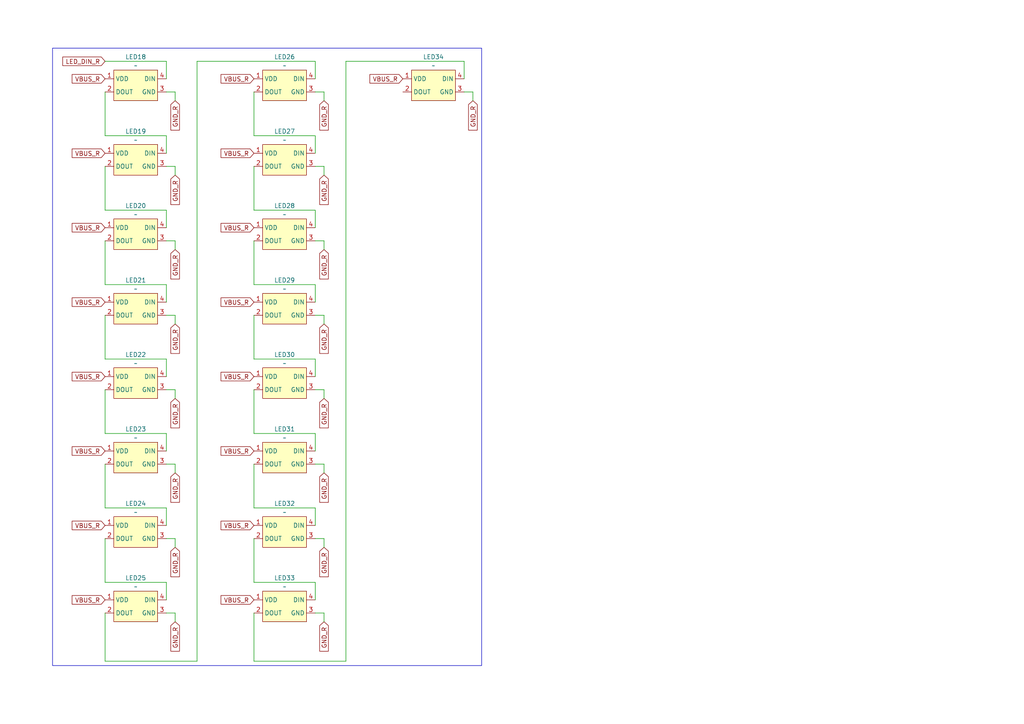
<source format=kicad_sch>
(kicad_sch (version 20231120) (generator "eeschema") (generator_version "8.0")
  (paper "A4")
  (lib_symbols
    (symbol "SK6812-MINI-E:SK6812_MINI-E"
      (property "Reference" "LED" (at -10.922 11.43 0))
      (symbol "SK6812_MINI-E_1_1"
        (rectangle (start -12.7 8.89) (end 0 0) (fill (type background)))
        (pin input line (at -15.24 6.35 0) (length 2.54) (name "VDD") (number "1"))
        (pin input line (at -15.24 2.54 0) (length 2.54) (name "DOUT") (number "2"))
        (pin input line (at 2.54 2.54 180) (length 2.54) (name "GND") (number "3"))
        (pin input line (at 2.54 6.35 180) (length 2.54) (name "DIN") (number "4"))
      )
    )
  )
  (wire (pts (xy 30.48 26.67) (xy 30.48 39.37)))
  (wire (pts (xy 73.66 156.21) (xy 73.66 168.91)))
  (wire (pts (xy 73.66 48.26) (xy 73.66 60.96)))
  (wire (pts (xy 50.8 134.62) (xy 48.26 134.62)))
  (wire (pts (xy 50.8 48.26) (xy 48.26 48.26)))
  (wire (pts (xy 30.48 17.78) (xy 48.26 17.78)))
  (wire (pts (xy 50.8 180.34) (xy 50.8 177.8)))
  (wire (pts (xy 50.8 50.8) (xy 50.8 48.26)))
  (wire (pts (xy 73.66 82.55) (xy 91.44 82.55)))
  (wire (pts (xy 100.33 191.77) (xy 73.66 191.77)))
  (wire (pts (xy 30.48 113.03) (xy 30.48 125.73)))
  (wire (pts (xy 30.48 191.77) (xy 30.48 177.8)))
  (wire (pts (xy 93.98 134.62) (xy 91.44 134.62)))
  (wire (pts (xy 50.8 137.16) (xy 50.8 134.62)))
  (wire (pts (xy 30.48 168.91) (xy 48.26 168.91)))
  (wire (pts (xy 50.8 69.85) (xy 48.26 69.85)))
  (wire (pts (xy 50.8 26.67) (xy 48.26 26.67)))
  (wire (pts (xy 30.48 104.14) (xy 48.26 104.14)))
  (wire (pts (xy 30.48 69.85) (xy 30.48 82.55)))
  (wire (pts (xy 73.66 60.96) (xy 91.44 60.96)))
  (wire (pts (xy 48.26 104.14) (xy 48.26 109.22)))
  (wire (pts (xy 93.98 180.34) (xy 93.98 177.8)))
  (wire (pts (xy 93.98 115.57) (xy 93.98 113.03)))
  (wire (pts (xy 93.98 156.21) (xy 91.44 156.21)))
  (wire (pts (xy 50.8 93.98) (xy 50.8 91.44)))
  (wire (pts (xy 91.44 17.78) (xy 57.15 17.78)))
  (wire (pts (xy 73.66 147.32) (xy 91.44 147.32)))
  (wire (pts (xy 30.48 147.32) (xy 48.26 147.32)))
  (wire (pts (xy 73.66 168.91) (xy 91.44 168.91)))
  (wire (pts (xy 134.62 17.78) (xy 134.62 22.86)))
  (wire (pts (xy 137.16 26.67) (xy 134.62 26.67)))
  (wire (pts (xy 93.98 50.8) (xy 93.98 48.26)))
  (wire (pts (xy 93.98 93.98) (xy 93.98 91.44)))
  (wire (pts (xy 30.48 134.62) (xy 30.48 147.32)))
  (wire (pts (xy 91.44 82.55) (xy 91.44 87.63)))
  (wire (pts (xy 48.26 82.55) (xy 48.26 87.63)))
  (wire (pts (xy 93.98 26.67) (xy 91.44 26.67)))
  (wire (pts (xy 30.48 156.21) (xy 30.48 168.91)))
  (wire (pts (xy 48.26 147.32) (xy 48.26 152.4)))
  (wire (pts (xy 50.8 115.57) (xy 50.8 113.03)))
  (wire (pts (xy 57.15 191.77) (xy 30.48 191.77)))
  (wire (pts (xy 93.98 29.21) (xy 93.98 26.67)))
  (wire (pts (xy 73.66 69.85) (xy 73.66 82.55)))
  (wire (pts (xy 73.66 113.03) (xy 73.66 125.73)))
  (wire (pts (xy 50.8 156.21) (xy 48.26 156.21)))
  (wire (pts (xy 73.66 125.73) (xy 91.44 125.73)))
  (wire (pts (xy 50.8 72.39) (xy 50.8 69.85)))
  (wire (pts (xy 48.26 60.96) (xy 48.26 66.04)))
  (wire (pts (xy 50.8 158.75) (xy 50.8 156.21)))
  (wire (pts (xy 50.8 113.03) (xy 48.26 113.03)))
  (wire (pts (xy 48.26 168.91) (xy 48.26 173.99)))
  (wire (pts (xy 93.98 113.03) (xy 91.44 113.03)))
  (wire (pts (xy 30.48 48.26) (xy 30.48 60.96)))
  (wire (pts (xy 93.98 177.8) (xy 91.44 177.8)))
  (wire (pts (xy 93.98 69.85) (xy 91.44 69.85)))
  (wire (pts (xy 137.16 29.21) (xy 137.16 26.67)))
  (wire (pts (xy 134.62 17.78) (xy 100.33 17.78)))
  (wire (pts (xy 50.8 177.8) (xy 48.26 177.8)))
  (wire (pts (xy 30.48 39.37) (xy 48.26 39.37)))
  (wire (pts (xy 73.66 104.14) (xy 91.44 104.14)))
  (wire (pts (xy 73.66 134.62) (xy 73.66 147.32)))
  (wire (pts (xy 30.48 91.44) (xy 30.48 104.14)))
  (wire (pts (xy 100.33 17.78) (xy 100.33 191.77)))
  (wire (pts (xy 50.8 29.21) (xy 50.8 26.67)))
  (wire (pts (xy 91.44 168.91) (xy 91.44 173.99)))
  (wire (pts (xy 73.66 191.77) (xy 73.66 177.8)))
  (wire (pts (xy 57.15 17.78) (xy 57.15 191.77)))
  (wire (pts (xy 93.98 137.16) (xy 93.98 134.62)))
  (wire (pts (xy 91.44 147.32) (xy 91.44 152.4)))
  (wire (pts (xy 93.98 48.26) (xy 91.44 48.26)))
  (wire (pts (xy 93.98 91.44) (xy 91.44 91.44)))
  (wire (pts (xy 50.8 91.44) (xy 48.26 91.44)))
  (wire (pts (xy 48.26 39.37) (xy 48.26 44.45)))
  (wire (pts (xy 30.48 82.55) (xy 48.26 82.55)))
  (wire (pts (xy 91.44 125.73) (xy 91.44 130.81)))
  (wire (pts (xy 48.26 17.78) (xy 48.26 22.86)))
  (wire (pts (xy 91.44 104.14) (xy 91.44 109.22)))
  (wire (pts (xy 73.66 26.67) (xy 73.66 39.37)))
  (wire (pts (xy 91.44 60.96) (xy 91.44 66.04)))
  (wire (pts (xy 48.26 125.73) (xy 48.26 130.81)))
  (wire (pts (xy 73.66 91.44) (xy 73.66 104.14)))
  (wire (pts (xy 30.48 125.73) (xy 48.26 125.73)))
  (wire (pts (xy 91.44 17.78) (xy 91.44 22.86)))
  (wire (pts (xy 91.44 39.37) (xy 91.44 44.45)))
  (wire (pts (xy 30.48 60.96) (xy 48.26 60.96)))
  (wire (pts (xy 93.98 158.75) (xy 93.98 156.21)))
  (wire (pts (xy 73.66 39.37) (xy 91.44 39.37)))
  (wire (pts (xy 93.98 72.39) (xy 93.98 69.85)))
  (rectangle (start 15.24 13.97) (end 139.7 193.04))
  (global_label "GND_R" (shape input) (at 137.16 29.21 270) (property "Intersheetrefs" "${INTERSHEET_REFS}" (effects (hide yes))))
  (global_label "GND_R" (shape input) (at 50.8 72.39 270) (property "Intersheetrefs" "${INTERSHEET_REFS}" (effects (hide yes))))
  (global_label "VBUS_R" (shape input) (at 73.66 173.99 180) (property "Intersheetrefs" "${INTERSHEET_REFS}" (effects (hide yes))))
  (global_label "VBUS_R" (shape input) (at 73.66 130.81 180) (property "Intersheetrefs" "${INTERSHEET_REFS}" (effects (hide yes))))
  (global_label "VBUS_R" (shape input) (at 73.66 109.22 180) (property "Intersheetrefs" "${INTERSHEET_REFS}" (effects (hide yes))))
  (global_label "VBUS_R" (shape input) (at 30.48 152.4 180) (property "Intersheetrefs" "${INTERSHEET_REFS}" (effects (hide yes))))
  (global_label "VBUS_R" (shape input) (at 116.84 22.86 180) (property "Intersheetrefs" "${INTERSHEET_REFS}" (effects (hide yes))))
  (global_label "GND_R" (shape input) (at 93.98 72.39 270) (property "Intersheetrefs" "${INTERSHEET_REFS}" (effects (hide yes))))
  (global_label "GND_R" (shape input) (at 50.8 180.34 270) (property "Intersheetrefs" "${INTERSHEET_REFS}" (effects (hide yes))))
  (global_label "VBUS_R" (shape input) (at 30.48 109.22 180) (property "Intersheetrefs" "${INTERSHEET_REFS}" (effects (hide yes))))
  (global_label "GND_R" (shape input) (at 93.98 93.98 270) (property "Intersheetrefs" "${INTERSHEET_REFS}" (effects (hide yes))))
  (global_label "GND_R" (shape input) (at 93.98 29.21 270) (property "Intersheetrefs" "${INTERSHEET_REFS}" (effects (hide yes))))
  (global_label "GND_R" (shape input) (at 50.8 137.16 270) (property "Intersheetrefs" "${INTERSHEET_REFS}" (effects (hide yes))))
  (global_label "GND_R" (shape input) (at 93.98 137.16 270) (property "Intersheetrefs" "${INTERSHEET_REFS}" (effects (hide yes))))
  (global_label "VBUS_R" (shape input) (at 73.66 66.04 180) (property "Intersheetrefs" "${INTERSHEET_REFS}" (effects (hide yes))))
  (global_label "VBUS_R" (shape input) (at 30.48 22.86 180) (property "Intersheetrefs" "${INTERSHEET_REFS}" (effects (hide yes))))
  (global_label "VBUS_R" (shape input) (at 30.48 87.63 180) (property "Intersheetrefs" "${INTERSHEET_REFS}" (effects (hide yes))))
  (global_label "GND_R" (shape input) (at 50.8 50.8 270) (property "Intersheetrefs" "${INTERSHEET_REFS}" (effects (hide yes))))
  (global_label "VBUS_R" (shape input) (at 30.48 173.99 180) (property "Intersheetrefs" "${INTERSHEET_REFS}" (effects (hide yes))))
  (global_label "GND_R" (shape input) (at 50.8 29.21 270) (property "Intersheetrefs" "${INTERSHEET_REFS}" (effects (hide yes))))
  (global_label "GND_R" (shape input) (at 93.98 158.75 270) (property "Intersheetrefs" "${INTERSHEET_REFS}" (effects (hide yes))))
  (global_label "VBUS_R" (shape input) (at 73.66 152.4 180) (property "Intersheetrefs" "${INTERSHEET_REFS}" (effects (hide yes))))
  (global_label "VBUS_R" (shape input) (at 30.48 44.45 180) (property "Intersheetrefs" "${INTERSHEET_REFS}" (effects (hide yes))))
  (global_label "GND_R" (shape input) (at 50.8 158.75 270) (property "Intersheetrefs" "${INTERSHEET_REFS}" (effects (hide yes))))
  (global_label "LED_DIN_R" (shape input) (at 30.48 17.78 180) (property "Intersheetrefs" "${INTERSHEET_REFS}" (effects (hide yes))))
  (global_label "VBUS_R" (shape input) (at 30.48 66.04 180) (property "Intersheetrefs" "${INTERSHEET_REFS}" (effects (hide yes))))
  (global_label "VBUS_R" (shape input) (at 73.66 87.63 180) (property "Intersheetrefs" "${INTERSHEET_REFS}" (effects (hide yes))))
  (global_label "GND_R" (shape input) (at 93.98 50.8 270) (property "Intersheetrefs" "${INTERSHEET_REFS}" (effects (hide yes))))
  (global_label "GND_R" (shape input) (at 93.98 115.57 270) (property "Intersheetrefs" "${INTERSHEET_REFS}" (effects (hide yes))))
  (global_label "GND_R" (shape input) (at 50.8 115.57 270) (property "Intersheetrefs" "${INTERSHEET_REFS}" (effects (hide yes))))
  (global_label "VBUS_R" (shape input) (at 30.48 130.81 180) (property "Intersheetrefs" "${INTERSHEET_REFS}" (effects (hide yes))))
  (global_label "VBUS_R" (shape input) (at 73.66 44.45 180) (property "Intersheetrefs" "${INTERSHEET_REFS}" (effects (hide yes))))
  (global_label "GND_R" (shape input) (at 50.8 93.98 270) (property "Intersheetrefs" "${INTERSHEET_REFS}" (effects (hide yes))))
  (global_label "GND_R" (shape input) (at 93.98 180.34 270) (property "Intersheetrefs" "${INTERSHEET_REFS}" (effects (hide yes))))
  (global_label "VBUS_R" (shape input) (at 73.66 22.86 180) (property "Intersheetrefs" "${INTERSHEET_REFS}" (effects (hide yes))))
  (symbol (lib_id "SK6812-MINI-E:SK6812_MINI-E") (at 45.72 93.98 0) (unit 1)
    (property "Reference" "LED21" (at 39.37 81.28 0))
    (property "Value" "~" (at 39.37 83.82 0))
    (property "Footprint" "Keebio-Parts:SK6812-MINI-E" (effects (hide yes)))
  )
  (symbol (lib_id "SK6812-MINI-E:SK6812_MINI-E") (at 88.9 29.21 0) (unit 1)
    (property "Reference" "LED26" (at 82.55 16.51 0))
    (property "Value" "~" (at 82.55 19.05 0))
    (property "Footprint" "Keebio-Parts:SK6812-MINI-E" (effects (hide yes)))
  )
  (symbol (lib_id "SK6812-MINI-E:SK6812_MINI-E") (at 88.9 93.98 0) (unit 1)
    (property "Reference" "LED29" (at 82.55 81.28 0))
    (property "Value" "~" (at 82.55 83.82 0))
    (property "Footprint" "Keebio-Parts:SK6812-MINI-E" (effects (hide yes)))
  )
  (symbol (lib_id "SK6812-MINI-E:SK6812_MINI-E") (at 88.9 137.16 0) (unit 1)
    (property "Reference" "LED31" (at 82.55 124.46 0))
    (property "Value" "~" (at 82.55 127 0))
    (property "Footprint" "Keebio-Parts:SK6812-MINI-E" (effects (hide yes)))
  )
  (symbol (lib_id "SK6812-MINI-E:SK6812_MINI-E") (at 45.72 115.57 0) (unit 1)
    (property "Reference" "LED22" (at 39.37 102.87 0))
    (property "Value" "~" (at 39.37 105.41 0))
    (property "Footprint" "Keebio-Parts:SK6812-MINI-E" (effects (hide yes)))
  )
  (symbol (lib_id "SK6812-MINI-E:SK6812_MINI-E") (at 88.9 180.34 0) (unit 1)
    (property "Reference" "LED33" (at 82.55 167.64 0))
    (property "Value" "~" (at 82.55 170.18 0))
    (property "Footprint" "Keebio-Parts:SK6812-MINI-E" (effects (hide yes)))
  )
  (symbol (lib_id "SK6812-MINI-E:SK6812_MINI-E") (at 45.72 180.34 0) (unit 1)
    (property "Reference" "LED25" (at 39.37 167.64 0))
    (property "Value" "~" (at 39.37 170.18 0))
    (property "Footprint" "Keebio-Parts:SK6812-MINI-E" (effects (hide yes)))
  )
  (symbol (lib_id "SK6812-MINI-E:SK6812_MINI-E") (at 45.72 137.16 0) (unit 1)
    (property "Reference" "LED23" (at 39.37 124.46 0))
    (property "Value" "~" (at 39.37 127 0))
    (property "Footprint" "Keebio-Parts:SK6812-MINI-E" (effects (hide yes)))
  )
  (symbol (lib_id "SK6812-MINI-E:SK6812_MINI-E") (at 45.72 50.8 0) (unit 1)
    (property "Reference" "LED19" (at 39.37 38.1 0))
    (property "Value" "~" (at 39.37 40.64 0))
    (property "Footprint" "Keebio-Parts:SK6812-MINI-E" (effects (hide yes)))
  )
  (symbol (lib_id "SK6812-MINI-E:SK6812_MINI-E") (at 45.72 29.21 0) (unit 1)
    (property "Reference" "LED18" (at 39.37 16.51 0))
    (property "Value" "~" (at 39.37 19.05 0))
    (property "Footprint" "Keebio-Parts:SK6812-MINI-E" (effects (hide yes)))
  )
  (symbol (lib_id "SK6812-MINI-E:SK6812_MINI-E") (at 88.9 115.57 0) (unit 1)
    (property "Reference" "LED30" (at 82.55 102.87 0))
    (property "Value" "~" (at 82.55 105.41 0))
    (property "Footprint" "Keebio-Parts:SK6812-MINI-E" (effects (hide yes)))
  )
  (symbol (lib_id "SK6812-MINI-E:SK6812_MINI-E") (at 88.9 158.75 0) (unit 1)
    (property "Reference" "LED32" (at 82.55 146.05 0))
    (property "Value" "~" (at 82.55 148.59 0))
    (property "Footprint" "Keebio-Parts:SK6812-MINI-E" (effects (hide yes)))
  )
  (symbol (lib_id "SK6812-MINI-E:SK6812_MINI-E") (at 45.72 72.39 0) (unit 1)
    (property "Reference" "LED20" (at 39.37 59.69 0))
    (property "Value" "~" (at 39.37 62.23 0))
    (property "Footprint" "Keebio-Parts:SK6812-MINI-E" (effects (hide yes)))
  )
  (symbol (lib_id "SK6812-MINI-E:SK6812_MINI-E") (at 88.9 50.8 0) (unit 1)
    (property "Reference" "LED27" (at 82.55 38.1 0))
    (property "Value" "~" (at 82.55 40.64 0))
    (property "Footprint" "Keebio-Parts:SK6812-MINI-E" (effects (hide yes)))
  )
  (symbol (lib_id "SK6812-MINI-E:SK6812_MINI-E") (at 132.08 29.21 0) (unit 1)
    (property "Reference" "LED34" (at 125.73 16.51 0))
    (property "Value" "~" (at 125.73 19.05 0))
    (property "Footprint" "Keebio-Parts:SK6812-MINI-E" (effects (hide yes)))
  )
  (symbol (lib_id "SK6812-MINI-E:SK6812_MINI-E") (at 45.72 158.75 0) (unit 1)
    (property "Reference" "LED24" (at 39.37 146.05 0))
    (property "Value" "~" (at 39.37 148.59 0))
    (property "Footprint" "Keebio-Parts:SK6812-MINI-E" (effects (hide yes)))
  )
  (symbol (lib_id "SK6812-MINI-E:SK6812_MINI-E") (at 88.9 72.39 0) (unit 1)
    (property "Reference" "LED28" (at 82.55 59.69 0))
    (property "Value" "~" (at 82.55 62.23 0))
    (property "Footprint" "Keebio-Parts:SK6812-MINI-E" (effects (hide yes)))
  )
)
</source>
